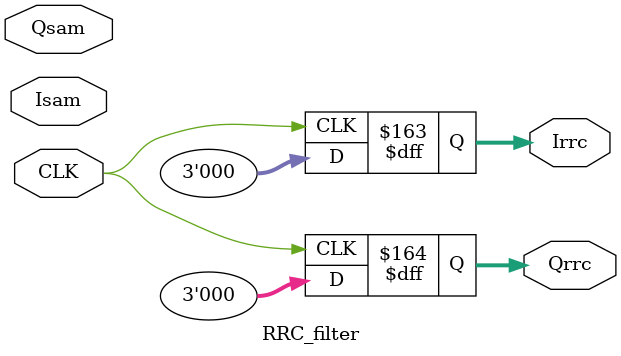
<source format=v>
module QAM(
		CLK,
		serial_in,
		Ik,
		Qk,
		Isam,
		Qsam,
		Irrc,
		Qrrc);

input CLK;
input	serial_in;
output signed [2:0]	Ik, Qk;
output signed [2:0]	Isam, Qsam;
output signed [2:0]	Irrc, Qrrc;

wire	signed [2:0]	Ik, Qk;
wire	signed [2:0]	Isam, Qsam;
wire	signed [2:0]	Irrc, Qrrc;

IQ U_iq(
	.CLK				(CLK),
	.serial_in		(serial_in),
	.Ik				(Ik),
	.Qk				(Qk));

Upsample U_upsample(
	.CLK				(CLK),
	.Ik				(Ik),
	.Qk				(Qk),
	.Isam				(Isam),
	.Qsam				(Qsam));

RRC_filter U_rrc(
	.CLK				(CLK),
	.Isam				(Isam),
	.Qsam				(Qsam),
	.Irrc				(Irrc),
	.Qrrc				(Qrrc));
	
endmodule

module IQ(
		CLK,
		serial_in,
		Ik,
		Qk);
		
input	CLK;
input	serial_in;
output signed [2:0]	Ik, Qk;

reg oldI1, oldI2, newI1, newI2;
reg signed [2:0]	Ik, Qk;
reg [2:0] count;
reg [3:0] shift, parallel_out;

initial begin
	count = 3'b000;
	shift = 4'b0000;
	parallel_out = 4'b0000;
	oldI1 = 1;
	oldI2 = 0;
end 

always@(posedge CLK) begin
	
	// Shift register
		count = count + 3'b001;
		shift = {shift[2:0],serial_in};
		if (count == 4) begin
			parallel_out = shift;
			count = 0;
		end
		//Differential coding
		if (oldI1 == oldI2) begin
			newI1 = parallel_out[0] ^ oldI1;
			newI2 = parallel_out[1] ^ oldI2;
		end
		else begin
			newI1 = parallel_out[1] ^ oldI1;
			newI2 = parallel_out[0] ^ oldI2;
		end

		oldI1 = newI1;
		oldI2 = newI2;
		
		 //Remap to {-2,-1,1,2} 00->-2, 01->-1, 11->1 10->2
		if (~newI1 & ~newI2)
			Ik = -2;
		if (~newI1 & newI2)
			Ik = -1;
		if (newI1 & newI2)
			Ik = 1;
		if (newI1 & ~newI2)
			Ik = 2;
		if (~parallel_out[2] & ~parallel_out[3])
			Qk = -2;
		if (~parallel_out[2] & parallel_out[3])
			Qk = -1;
		if (parallel_out[2] & parallel_out[3])
			Qk = 1;
		if (parallel_out[2] & ~parallel_out[3])
			Qk = 2;	
end	
endmodule

module Upsample(
    CLK,
	 Ik,
	 Qk,
	 Isam,
	 Qsam);

input	CLK;
input	signed [2:0]	Ik, Qk;
output signed [2:0]	Isam, Qsam;

parameter NUM_SAMPLES = 16;

reg signed [2:0]	Isam, Qsam;
integer i;

initial i = 0;

always@(posedge CLK) begin
	if(i % NUM_SAMPLES == 0) begin
		Isam = Ik;
		Qsam = Qk;
	end
	else begin
		Isam = 0;
		Qsam = 0;
	end
	i = i + 1;
end
endmodule

module RRC_filter(
	CLK,
	Isam,
	Qsam,
	Irrc,
	Qrrc);

input	CLK;
input	signed [2:0]	Isam, Qsam;
output signed [2:0]	Irrc, Qrrc;

parameter NUM_TAPS = 40;
parameter c0 = 184,
	c1 = 278,
	c2 = 331,
	c3 = 320,
	c4 = 231,
	c5 = 67,
	c6 = -156,
	c7 = -403,
	c8 = -629,
	c9 = -778,
	c10 = -798,
	c11 = -648,
	c12 = -307,
	c13 = 223,
	c14 = 912,
	c15 = 1703,
	c16 = 2520,
	c17 = 3278,
	c18 = 3892,
	c19 = 4292,
	c20 = 4431,
	c21 = 4292,
	c22 = 3892,
	c23 = 3278,
	c24 = 2520,
	c25 = 1703,
	c26 = 912,
	c27 = 223,
	c28 = -307,
	c29 = -648,
	c30 = -798,
	c31 = -778,
	c32 = -629,
	c33 = -403,
	c34 = -156,
	c35 = 67,
	c36 = 231,
	c37 = 320,
	c38 = 331,
	c39 = 278,
	c40 = 184;
	
reg signed [2:0] Ireg	[NUM_TAPS-1 : 0];
reg signed [2:0] Qreg	[NUM_TAPS-1 : 0];
reg signed [2:0] Irrc, Qrrc;
reg signed [15:0] Iacc, Qacc;
integer i;

always@(posedge CLK) begin
	Ireg[0] = Isam; 
	Qreg[0] = Qsam;
	
	Iacc = c0*Ireg[0] + c1*Ireg[1] + c2*Ireg[2] + c3*Ireg[3] + c4*Ireg[4] + c5*Ireg[5] + c6*Ireg[6] + c7*Ireg[7] + c8*Ireg[8] + c9*Qreg[9] 
		+ c10*Ireg[10] + c11*Ireg[11] + c12*Ireg[12] + c13*Ireg[13] + c14*Ireg[14] + c15*Ireg[15] + c16*Ireg[16] + c17*Ireg[17] + c18*Qreg[18] + c19*Qreg[19] 
		+ c20*Ireg[20] + c21*Ireg[21] + c22*Ireg[22] + c23*Ireg[23] + c24*Ireg[24] + c25*Ireg[25] + c26*Ireg[26] + c27*Ireg[27] + c28*Qreg[28] + c29*Qreg[29] 
		+ c30*Ireg[30] + c31*Ireg[31] + c32*Ireg[32] + c33*Ireg[33] + c34*Ireg[34] + c35*Ireg[35] + c36*Ireg[36] + c37*Ireg[37] + c38*Qreg[38] + c39*Qreg[39];
		
	Qacc = c0*Qreg[0] + c1*Qreg[1] + c2*Qreg[2] + c3*Qreg[3] + c4*Qreg[4] + c5*Qreg[5] + c6*Qreg[6] + c7*Qreg[7] + c8*Qreg[8] + c9*Qreg[9] 
		+ c10*Qreg[10] + c11*Qreg[11] + c12*Qreg[12] + c13*Qreg[13] + c14*Qreg[14] + c15*Qreg[15] + c16*Qreg[16] + c17*Qreg[17] + c18*Qreg[18] + c19*Qreg[19] 
		+ c20*Qreg[20] + c21*Qreg[21] + c22*Qreg[22] + c23*Qreg[23] + c24*Qreg[24] + c25*Qreg[25] + c26*Qreg[26] + c27*Qreg[27] + c28*Qreg[28] + c29*Qreg[29] 
		+ c30*Qreg[30] + c31*Qreg[31] + c32*Qreg[32] + c33*Qreg[33] + c34*Qreg[34] + c35*Qreg[35] + c36*Qreg[36] + c37*Qreg[37] + c38*Qreg[38] + c39*Qreg[39];
	
	Irrc = Iacc << 15;
	Qrrc = Qacc << 15;
	
	for(i = NUM_TAPS-1; i > 0; i=i-1) begin	/* Shift delay samples */
		Ireg[i] = Ireg[i-1];
		Qreg[i] = Qreg[i-1];
	end
end
endmodule

</source>
